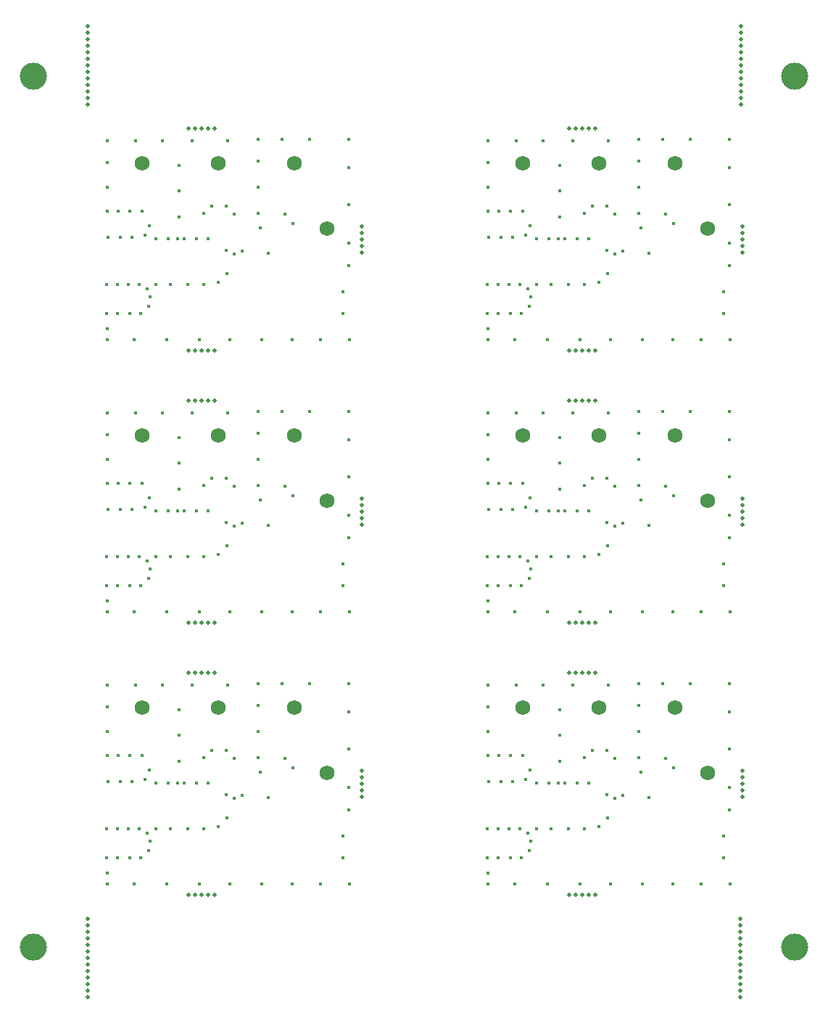
<source format=gbr>
*
%FSLAX26Y26*%
%MOIN*%
%ADD10C,0.014500*%
%ADD11C,0.068900*%
%ADD12C,0.125000*%
%ADD13C,0.020000*%
%IPPOS*%
%LNdrill.gbr*%
%LPD*%
G75*
G54D10*
X590000Y540000D03*
X715000D03*
X590000Y590000D03*
X587500Y662500D03*
X637500D03*
X693750D03*
X743750D03*
X781250Y693750D03*
X787500Y737500D03*
X775000Y775000D03*
X637500Y793750D03*
X587500D03*
X737500D03*
X687500D03*
X815000Y795000D03*
Y1005000D03*
X705000Y1010000D03*
X650000D03*
X595000D03*
X765000Y1020000D03*
X785000Y1065000D03*
X590000Y1130000D03*
X695000D03*
X640000D03*
X750000D03*
X590000Y1240000D03*
Y1355000D03*
Y1455000D03*
X720000D03*
X845000D03*
X980000D03*
X920000Y1340000D03*
Y1225000D03*
X1068750Y1156250D03*
X1035000Y1120000D03*
X920000Y1105000D03*
X1055000Y1005000D03*
X1000000D03*
X945000D03*
X870000D03*
X915000D03*
X880000Y795000D03*
X960000D03*
X1035000D03*
X865000Y540000D03*
X1015000D03*
X1155000D03*
X1300000D03*
X1100000Y805000D03*
X1140000Y845000D03*
X1172500Y935000D03*
X1331250Y937500D03*
X1209500Y949000D03*
X1137500Y950000D03*
X1293750Y1056250D03*
X1175000Y1118750D03*
X1285000Y1120000D03*
X1137500Y1156250D03*
X1285000Y1240000D03*
Y1360000D03*
X1145000Y1455000D03*
X1285000Y1460000D03*
X1395000D03*
X1520000D03*
X1406250Y1118750D03*
X1443750Y1075000D03*
X1440000Y540000D03*
X1570000D03*
X1705000D03*
X1675000Y662500D03*
Y762500D03*
X1700000Y880000D03*
Y985000D03*
Y1160000D03*
Y1330000D03*
Y1460000D03*
G54D11*
X750000Y1350000D03*
X1100000D03*
X1450000D03*
X1600000Y1050000D03*
G54D10*
X590000Y1790000D03*
X715000D03*
X590000Y1840000D03*
X587500Y1912500D03*
X637500D03*
X693750D03*
X743750D03*
X781250Y1943750D03*
X787500Y1987500D03*
X775000Y2025000D03*
X637500Y2043750D03*
X587500D03*
X737500D03*
X687500D03*
X815000Y2045000D03*
Y2255000D03*
X705000Y2260000D03*
X650000D03*
X595000D03*
X765000Y2270000D03*
X785000Y2315000D03*
X590000Y2380000D03*
X695000D03*
X640000D03*
X750000D03*
X590000Y2490000D03*
Y2605000D03*
Y2705000D03*
X720000D03*
X845000D03*
X980000D03*
X920000Y2590000D03*
Y2475000D03*
X1068750Y2406250D03*
X1035000Y2370000D03*
X920000Y2355000D03*
X1055000Y2255000D03*
X1000000D03*
X945000D03*
X870000D03*
X915000D03*
X880000Y2045000D03*
X960000D03*
X1035000D03*
X865000Y1790000D03*
X1015000D03*
X1155000D03*
X1300000D03*
X1100000Y2055000D03*
X1140000Y2095000D03*
X1172500Y2185000D03*
X1331250Y2187500D03*
X1209500Y2199000D03*
X1137500Y2200000D03*
X1293750Y2306250D03*
X1175000Y2368750D03*
X1285000Y2370000D03*
X1137500Y2406250D03*
X1285000Y2490000D03*
Y2610000D03*
X1145000Y2705000D03*
X1285000Y2710000D03*
X1395000D03*
X1520000D03*
X1406250Y2368750D03*
X1443750Y2325000D03*
X1440000Y1790000D03*
X1570000D03*
X1705000D03*
X1675000Y1912500D03*
Y2012500D03*
X1700000Y2130000D03*
Y2235000D03*
Y2410000D03*
Y2580000D03*
Y2710000D03*
G54D11*
X750000Y2600000D03*
X1100000D03*
X1450000D03*
X1600000Y2300000D03*
G54D10*
X590000Y3040000D03*
X715000D03*
X590000Y3090000D03*
X587500Y3162500D03*
X637500D03*
X693750D03*
X743750D03*
X781250Y3193750D03*
X787500Y3237500D03*
X775000Y3275000D03*
X637500Y3293750D03*
X587500D03*
X737500D03*
X687500D03*
X815000Y3295000D03*
Y3505000D03*
X705000Y3510000D03*
X650000D03*
X595000D03*
X765000Y3520000D03*
X785000Y3565000D03*
X590000Y3630000D03*
X695000D03*
X640000D03*
X750000D03*
X590000Y3740000D03*
Y3855000D03*
Y3955000D03*
X720000D03*
X845000D03*
X980000D03*
X920000Y3840000D03*
Y3725000D03*
X1068750Y3656250D03*
X1035000Y3620000D03*
X920000Y3605000D03*
X1055000Y3505000D03*
X1000000D03*
X945000D03*
X870000D03*
X915000D03*
X880000Y3295000D03*
X960000D03*
X1035000D03*
X865000Y3040000D03*
X1015000D03*
X1155000D03*
X1300000D03*
X1100000Y3305000D03*
X1140000Y3345000D03*
X1172500Y3435000D03*
X1331250Y3437500D03*
X1209500Y3449000D03*
X1137500Y3450000D03*
X1293750Y3556250D03*
X1175000Y3618750D03*
X1285000Y3620000D03*
X1137500Y3656250D03*
X1285000Y3740000D03*
Y3860000D03*
X1145000Y3955000D03*
X1285000Y3960000D03*
X1395000D03*
X1520000D03*
X1406250Y3618750D03*
X1443750Y3575000D03*
X1440000Y3040000D03*
X1570000D03*
X1705000D03*
X1675000Y3162500D03*
Y3262500D03*
X1700000Y3380000D03*
Y3485000D03*
Y3660000D03*
Y3830000D03*
Y3960000D03*
G54D11*
X750000Y3850000D03*
X1100000D03*
X1450000D03*
X1600000Y3550000D03*
G54D10*
X2340000Y540000D03*
X2465000D03*
X2340000Y590000D03*
X2337500Y662500D03*
X2387500D03*
X2443750D03*
X2493750D03*
X2531250Y693750D03*
X2537500Y737500D03*
X2525000Y775000D03*
X2387500Y793750D03*
X2337500D03*
X2487500D03*
X2437500D03*
X2565000Y795000D03*
Y1005000D03*
X2455000Y1010000D03*
X2400000D03*
X2345000D03*
X2515000Y1020000D03*
X2535000Y1065000D03*
X2340000Y1130000D03*
X2445000D03*
X2390000D03*
X2500000D03*
X2340000Y1240000D03*
Y1355000D03*
Y1455000D03*
X2470000D03*
X2595000D03*
X2730000D03*
X2670000Y1340000D03*
Y1225000D03*
X2818750Y1156250D03*
X2785000Y1120000D03*
X2670000Y1105000D03*
X2805000Y1005000D03*
X2750000D03*
X2695000D03*
X2620000D03*
X2665000D03*
X2630000Y795000D03*
X2710000D03*
X2785000D03*
X2615000Y540000D03*
X2765000D03*
X2905000D03*
X3050000D03*
X2850000Y805000D03*
X2890000Y845000D03*
X2922500Y935000D03*
X3081250Y937500D03*
X2959500Y949000D03*
X2887500Y950000D03*
X3043750Y1056250D03*
X2925000Y1118750D03*
X3035000Y1120000D03*
X2887500Y1156250D03*
X3035000Y1240000D03*
Y1360000D03*
X2895000Y1455000D03*
X3035000Y1460000D03*
X3145000D03*
X3270000D03*
X3156250Y1118750D03*
X3193750Y1075000D03*
X3190000Y540000D03*
X3320000D03*
X3455000D03*
X3425000Y662500D03*
Y762500D03*
X3450000Y880000D03*
Y985000D03*
Y1160000D03*
Y1330000D03*
Y1460000D03*
G54D11*
X2500000Y1350000D03*
X2850000D03*
X3200000D03*
X3350000Y1050000D03*
G54D10*
X2340000Y1790000D03*
X2465000D03*
X2340000Y1840000D03*
X2337500Y1912500D03*
X2387500D03*
X2443750D03*
X2493750D03*
X2531250Y1943750D03*
X2537500Y1987500D03*
X2525000Y2025000D03*
X2387500Y2043750D03*
X2337500D03*
X2487500D03*
X2437500D03*
X2565000Y2045000D03*
Y2255000D03*
X2455000Y2260000D03*
X2400000D03*
X2345000D03*
X2515000Y2270000D03*
X2535000Y2315000D03*
X2340000Y2380000D03*
X2445000D03*
X2390000D03*
X2500000D03*
X2340000Y2490000D03*
Y2605000D03*
Y2705000D03*
X2470000D03*
X2595000D03*
X2730000D03*
X2670000Y2590000D03*
Y2475000D03*
X2818750Y2406250D03*
X2785000Y2370000D03*
X2670000Y2355000D03*
X2805000Y2255000D03*
X2750000D03*
X2695000D03*
X2620000D03*
X2665000D03*
X2630000Y2045000D03*
X2710000D03*
X2785000D03*
X2615000Y1790000D03*
X2765000D03*
X2905000D03*
X3050000D03*
X2850000Y2055000D03*
X2890000Y2095000D03*
X2922500Y2185000D03*
X3081250Y2187500D03*
X2959500Y2199000D03*
X2887500Y2200000D03*
X3043750Y2306250D03*
X2925000Y2368750D03*
X3035000Y2370000D03*
X2887500Y2406250D03*
X3035000Y2490000D03*
Y2610000D03*
X2895000Y2705000D03*
X3035000Y2710000D03*
X3145000D03*
X3270000D03*
X3156250Y2368750D03*
X3193750Y2325000D03*
X3190000Y1790000D03*
X3320000D03*
X3455000D03*
X3425000Y1912500D03*
Y2012500D03*
X3450000Y2130000D03*
Y2235000D03*
Y2410000D03*
Y2580000D03*
Y2710000D03*
G54D11*
X2500000Y2600000D03*
X2850000D03*
X3200000D03*
X3350000Y2300000D03*
G54D10*
X2340000Y3040000D03*
X2465000D03*
X2340000Y3090000D03*
X2337500Y3162500D03*
X2387500D03*
X2443750D03*
X2493750D03*
X2531250Y3193750D03*
X2537500Y3237500D03*
X2525000Y3275000D03*
X2387500Y3293750D03*
X2337500D03*
X2487500D03*
X2437500D03*
X2565000Y3295000D03*
Y3505000D03*
X2455000Y3510000D03*
X2400000D03*
X2345000D03*
X2515000Y3520000D03*
X2535000Y3565000D03*
X2340000Y3630000D03*
X2445000D03*
X2390000D03*
X2500000D03*
X2340000Y3740000D03*
Y3855000D03*
Y3955000D03*
X2470000D03*
X2595000D03*
X2730000D03*
X2670000Y3840000D03*
Y3725000D03*
X2818750Y3656250D03*
X2785000Y3620000D03*
X2670000Y3605000D03*
X2805000Y3505000D03*
X2750000D03*
X2695000D03*
X2620000D03*
X2665000D03*
X2630000Y3295000D03*
X2710000D03*
X2785000D03*
X2615000Y3040000D03*
X2765000D03*
X2905000D03*
X3050000D03*
X2850000Y3305000D03*
X2890000Y3345000D03*
X2922500Y3435000D03*
X3081250Y3437500D03*
X2959500Y3449000D03*
X2887500Y3450000D03*
X3043750Y3556250D03*
X2925000Y3618750D03*
X3035000Y3620000D03*
X2887500Y3656250D03*
X3035000Y3740000D03*
Y3860000D03*
X2895000Y3955000D03*
X3035000Y3960000D03*
X3145000D03*
X3270000D03*
X3156250Y3618750D03*
X3193750Y3575000D03*
X3190000Y3040000D03*
X3320000D03*
X3455000D03*
X3425000Y3162500D03*
Y3262500D03*
X3450000Y3380000D03*
Y3485000D03*
Y3660000D03*
Y3830000D03*
Y3960000D03*
G54D11*
X2500000Y3850000D03*
X2850000D03*
X3200000D03*
X3350000Y3550000D03*
G54D12*
X250000Y250000D03*
G54D12*
X3750000D03*
G54D12*
X250000Y4250000D03*
X3750000D03*
G54D13*
X1025000Y490000D03*
G54D13*
X995000D03*
G54D13*
X965000D03*
G54D13*
X1055000D03*
G54D13*
X1085000D03*
G54D13*
X1025000Y1510000D03*
G54D13*
X1055000D03*
G54D13*
X1085000D03*
G54D13*
X995000D03*
G54D13*
X965000D03*
X1760000Y1000000D03*
Y970000D03*
Y940000D03*
Y1030000D03*
Y1060000D03*
G54D13*
X1025000Y1740000D03*
G54D13*
X995000D03*
G54D13*
X965000D03*
G54D13*
X1055000D03*
G54D13*
X1085000D03*
G54D13*
X1025000Y2760000D03*
G54D13*
X1055000D03*
G54D13*
X1085000D03*
G54D13*
X995000D03*
G54D13*
X965000D03*
X1760000Y2250000D03*
Y2220000D03*
Y2190000D03*
Y2280000D03*
Y2310000D03*
G54D13*
X1025000Y2990000D03*
G54D13*
X995000D03*
G54D13*
X965000D03*
G54D13*
X1055000D03*
G54D13*
X1085000D03*
G54D13*
X1025000Y4010000D03*
G54D13*
X1055000D03*
G54D13*
X1085000D03*
G54D13*
X995000D03*
G54D13*
X965000D03*
X1760000Y3500000D03*
Y3470000D03*
Y3440000D03*
Y3530000D03*
Y3560000D03*
G54D13*
X2775000Y490000D03*
G54D13*
X2745000D03*
G54D13*
X2715000D03*
G54D13*
X2805000D03*
G54D13*
X2835000D03*
G54D13*
X2775000Y1510000D03*
G54D13*
X2805000D03*
G54D13*
X2835000D03*
G54D13*
X2745000D03*
G54D13*
X2715000D03*
X3510000Y1000000D03*
Y970000D03*
Y940000D03*
Y1030000D03*
Y1060000D03*
G54D13*
X2775000Y1740000D03*
G54D13*
X2745000D03*
G54D13*
X2715000D03*
G54D13*
X2805000D03*
G54D13*
X2835000D03*
G54D13*
X2775000Y2760000D03*
G54D13*
X2805000D03*
G54D13*
X2835000D03*
G54D13*
X2745000D03*
G54D13*
X2715000D03*
X3510000Y2250000D03*
Y2220000D03*
Y2190000D03*
Y2280000D03*
Y2310000D03*
G54D13*
X2775000Y2990000D03*
G54D13*
X2745000D03*
G54D13*
X2715000D03*
G54D13*
X2805000D03*
G54D13*
X2835000D03*
G54D13*
X2775000Y4010000D03*
G54D13*
X2805000D03*
G54D13*
X2835000D03*
G54D13*
X2745000D03*
G54D13*
X2715000D03*
X3510000Y3500000D03*
Y3470000D03*
Y3440000D03*
Y3530000D03*
Y3560000D03*
X500000Y380000D03*
Y350000D03*
Y320000D03*
Y290000D03*
Y260000D03*
Y230000D03*
Y200000D03*
Y170000D03*
Y140000D03*
Y110000D03*
Y80000D03*
Y50000D03*
Y20000D03*
Y4120000D03*
Y4150000D03*
Y4180000D03*
Y4210000D03*
Y4240000D03*
Y4270000D03*
Y4300000D03*
Y4330000D03*
Y4360000D03*
Y4390000D03*
Y4420000D03*
Y4450000D03*
Y4480000D03*
X3500000Y380000D03*
Y350000D03*
Y320000D03*
Y290000D03*
Y260000D03*
Y230000D03*
Y200000D03*
Y170000D03*
Y140000D03*
Y110000D03*
Y80000D03*
Y50000D03*
Y20000D03*
X3504896Y4120000D03*
Y4150000D03*
Y4180000D03*
Y4210000D03*
Y4240000D03*
Y4270000D03*
Y4300000D03*
Y4330000D03*
Y4360000D03*
Y4390000D03*
Y4420000D03*
Y4450000D03*
Y4480000D03*
M02*

</source>
